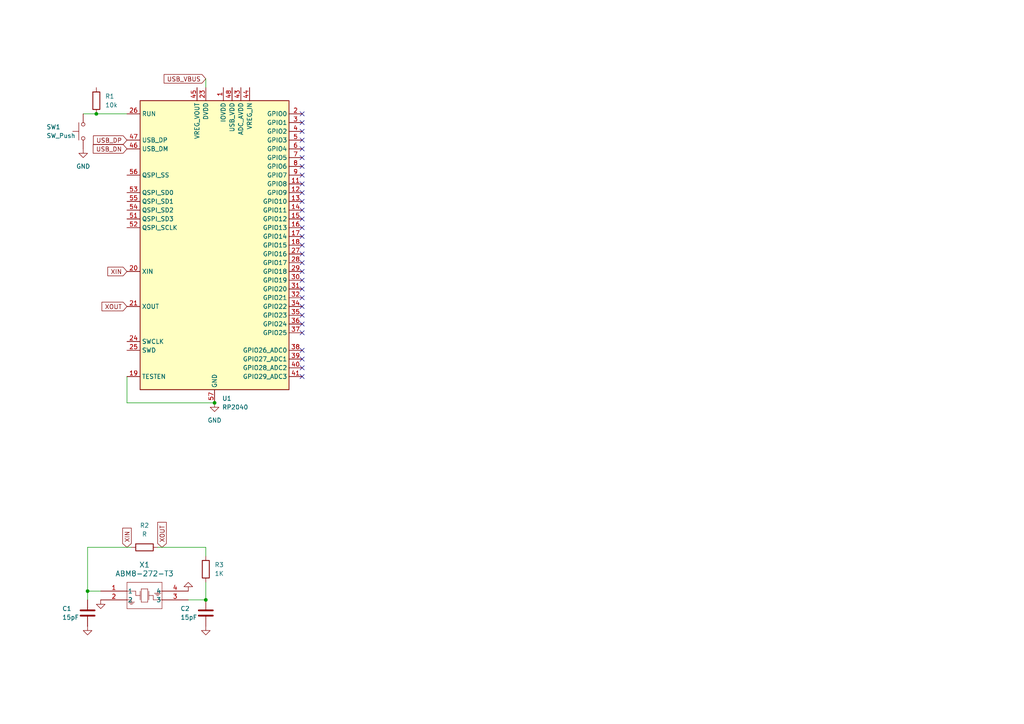
<source format=kicad_sch>
(kicad_sch (version 20231120) (generator "eeschema") (generator_version "8.0")
  (paper "A4")
  (lib_symbols
    (symbol "2024-08-24_00-45-33:ABM8-272-T3" (pin_names (offset 0.254))
      (property "Reference" "X" (at 12.7 7.62 0))
      (property "Value" "ABM8-272-T3" (at 12.7 5.08 0))
      (symbol "ABM8-272-T3_0_1"
        (polyline (pts (xy 7.62 -5.08) (xy 17.78 -5.08)) (stroke (width 0.127)))
        (polyline (pts (xy 7.62 -2.54) (xy 8.89 -2.54)) (stroke (width 0.127)))
        (polyline (pts (xy 7.62 2.54) (xy 7.62 -5.08)) (stroke (width 0.127)))
        (polyline (pts (xy 7.9375 -3.175) (xy 9.8425 -3.175)) (stroke (width 0.127)))
        (polyline (pts (xy 8.255 -3.4925) (xy 9.525 -3.4925)) (stroke (width 0.127)))
        (polyline (pts (xy 8.5725 -3.81) (xy 9.2075 -3.81)) (stroke (width 0.127)))
        (polyline (pts (xy 8.89 -2.54) (xy 8.89 -3.175)) (stroke (width 0.127)))
        (polyline (pts (xy 10.16 -1.27) (xy 10.16 0)) (stroke (width 0.127)))
        (polyline (pts (xy 10.16 0) (xy 7.62 0)) (stroke (width 0.127)))
        (polyline (pts (xy 11.43 -1.27) (xy 10.16 -1.27)) (stroke (width 0.127)))
        (polyline (pts (xy 11.43 0) (xy 11.43 -2.54)) (stroke (width 0.127)))
        (polyline (pts (xy 11.7475 -3.175) (xy 13.6525 -3.175)) (stroke (width 0.127)))
        (polyline (pts (xy 11.7475 0.635) (xy 11.7475 -3.175)) (stroke (width 0.127)))
        (polyline (pts (xy 13.6525 -3.175) (xy 13.6525 0.635)) (stroke (width 0.127)))
        (polyline (pts (xy 13.6525 0.635) (xy 11.7475 0.635)) (stroke (width 0.127)))
        (polyline (pts (xy 13.97 -1.27) (xy 15.24 -1.27)) (stroke (width 0.127)))
        (polyline (pts (xy 13.97 0) (xy 13.97 -2.54)) (stroke (width 0.127)))
        (polyline (pts (xy 15.24 -2.54) (xy 17.78 -2.54)) (stroke (width 0.127)))
        (polyline (pts (xy 15.24 -1.27) (xy 15.24 -2.54)) (stroke (width 0.127)))
        (polyline (pts (xy 16.51 0) (xy 16.51 -0.635)) (stroke (width 0.127)))
        (polyline (pts (xy 16.8275 -1.27) (xy 16.1925 -1.27)) (stroke (width 0.127)))
        (polyline (pts (xy 17.145 -0.9525) (xy 15.875 -0.9525)) (stroke (width 0.127)))
        (polyline (pts (xy 17.4625 -0.635) (xy 15.5575 -0.635)) (stroke (width 0.127)))
        (polyline (pts (xy 17.78 -5.08) (xy 17.78 2.54)) (stroke (width 0.127)))
        (polyline (pts (xy 17.78 0) (xy 16.51 0)) (stroke (width 0.127)))
        (polyline (pts (xy 17.78 2.54) (xy 7.62 2.54)) (stroke (width 0.127)))
        (pin unspecified line (at 0 0 0) (length 7.62) (name "1") (number "1"))
        (pin unspecified line (at 0 -2.54 0) (length 7.62) (name "2") (number "2"))
        (pin unspecified line (at 25.4 -2.54 180) (length 7.62) (name "3") (number "3"))
        (pin unspecified line (at 25.4 0 180) (length 7.62) (name "4") (number "4"))
      )
    )
    (symbol "Device:C" (pin_numbers hide) (pin_names (offset 0.254))
      (property "Reference" "C" (at 0.635 2.54 0))
      (property "Value" "C" (at 0.635 -2.54 0))
      (symbol "C_0_1"
        (polyline (pts (xy -2.032 -0.762) (xy 2.032 -0.762)) (stroke (width 0.508)))
        (polyline (pts (xy -2.032 0.762) (xy 2.032 0.762)) (stroke (width 0.508)))
      )
      (symbol "C_1_1"
        (pin passive line (at 0 3.81 270) (length 2.794) (name "~") (number "1"))
        (pin passive line (at 0 -3.81 90) (length 2.794) (name "~") (number "2"))
      )
    )
    (symbol "Device:R" (pin_numbers hide) (pin_names (offset 0))
      (property "Reference" "R" (at 2.032 0 90))
      (property "Value" "R" (at 0 0 90))
      (symbol "R_0_1"
        (rectangle (start -1.016 -2.54) (end 1.016 2.54) (stroke (width 0.254)))
      )
      (symbol "R_1_1"
        (pin passive line (at 0 3.81 270) (length 1.27) (name "~") (number "1"))
        (pin passive line (at 0 -3.81 90) (length 1.27) (name "~") (number "2"))
      )
    )
    (symbol "MCU_RaspberryPi:RP2040"
      (property "Reference" "U" (at 17.78 45.72 0))
      (property "Value" "RP2040" (at 17.78 43.18 0))
      (symbol "RP2040_0_1"
        (rectangle (start -21.59 41.91) (end 21.59 -41.91) (stroke (width 0.254)) (fill (type background)))
      )
      (symbol "RP2040_1_1"
        (pin power_in line (at 2.54 45.72 270) (length 3.81) (name "IOVDD") (number "1"))
        (pin passive line (at 2.54 45.72 270) (length 3.81) hide (name "IOVDD") (number "10"))
        (pin bidirectional line (at 25.4 17.78 180) (length 3.81) (name "GPIO8") (number "11"))
        (pin bidirectional line (at 25.4 15.24 180) (length 3.81) (name "GPIO9") (number "12"))
        (pin bidirectional line (at 25.4 12.7 180) (length 3.81) (name "GPIO10") (number "13"))
        (pin bidirectional line (at 25.4 10.16 180) (length 3.81) (name "GPIO11") (number "14"))
        (pin bidirectional line (at 25.4 7.62 180) (length 3.81) (name "GPIO12") (number "15"))
        (pin bidirectional line (at 25.4 5.08 180) (length 3.81) (name "GPIO13") (number "16"))
        (pin bidirectional line (at 25.4 2.54 180) (length 3.81) (name "GPIO14") (number "17"))
        (pin bidirectional line (at 25.4 0 180) (length 3.81) (name "GPIO15") (number "18"))
        (pin input line (at -25.4 -38.1 0) (length 3.81) (name "TESTEN") (number "19"))
        (pin bidirectional line (at 25.4 38.1 180) (length 3.81) (name "GPIO0") (number "2"))
        (pin input line (at -25.4 -7.62 0) (length 3.81) (name "XIN") (number "20"))
        (pin passive line (at -25.4 -17.78 0) (length 3.81) (name "XOUT") (number "21"))
        (pin passive line (at 2.54 45.72 270) (length 3.81) hide (name "IOVDD") (number "22"))
        (pin power_in line (at -2.54 45.72 270) (length 3.81) (name "DVDD") (number "23"))
        (pin input line (at -25.4 -27.94 0) (length 3.81) (name "SWCLK") (number "24"))
        (pin bidirectional line (at -25.4 -30.48 0) (length 3.81) (name "SWD") (number "25"))
        (pin input line (at -25.4 38.1 0) (length 3.81) (name "RUN") (number "26"))
        (pin bidirectional line (at 25.4 -2.54 180) (length 3.81) (name "GPIO16") (number "27"))
        (pin bidirectional line (at 25.4 -5.08 180) (length 3.81) (name "GPIO17") (number "28"))
        (pin bidirectional line (at 25.4 -7.62 180) (length 3.81) (name "GPIO18") (number "29"))
        (pin bidirectional line (at 25.4 35.56 180) (length 3.81) (name "GPIO1") (number "3"))
        (pin bidirectional line (at 25.4 -10.16 180) (length 3.81) (name "GPIO19") (number "30"))
        (pin bidirectional line (at 25.4 -12.7 180) (length 3.81) (name "GPIO20") (number "31"))
        (pin bidirectional line (at 25.4 -15.24 180) (length 3.81) (name "GPIO21") (number "32"))
        (pin passive line (at 2.54 45.72 270) (length 3.81) hide (name "IOVDD") (number "33"))
        (pin bidirectional line (at 25.4 -17.78 180) (length 3.81) (name "GPIO22") (number "34"))
        (pin bidirectional line (at 25.4 -20.32 180) (length 3.81) (name "GPIO23") (number "35"))
        (pin bidirectional line (at 25.4 -22.86 180) (length 3.81) (name "GPIO24") (number "36"))
        (pin bidirectional line (at 25.4 -25.4 180) (length 3.81) (name "GPIO25") (number "37"))
        (pin bidirectional line (at 25.4 -30.48 180) (length 3.81) (name "GPIO26_ADC0") (number "38"))
        (pin bidirectional line (at 25.4 -33.02 180) (length 3.81) (name "GPIO27_ADC1") (number "39"))
        (pin bidirectional line (at 25.4 33.02 180) (length 3.81) (name "GPIO2") (number "4"))
        (pin bidirectional line (at 25.4 -35.56 180) (length 3.81) (name "GPIO28_ADC2") (number "40"))
        (pin bidirectional line (at 25.4 -38.1 180) (length 3.81) (name "GPIO29_ADC3") (number "41"))
        (pin passive line (at 2.54 45.72 270) (length 3.81) hide (name "IOVDD") (number "42"))
        (pin power_in line (at 7.62 45.72 270) (length 3.81) (name "ADC_AVDD") (number "43"))
        (pin power_in line (at 10.16 45.72 270) (length 3.81) (name "VREG_IN") (number "44"))
        (pin power_out line (at -5.08 45.72 270) (length 3.81) (name "VREG_VOUT") (number "45"))
        (pin bidirectional line (at -25.4 27.94 0) (length 3.81) (name "USB_DM") (number "46"))
        (pin bidirectional line (at -25.4 30.48 0) (length 3.81) (name "USB_DP") (number "47"))
        (pin power_in line (at 5.08 45.72 270) (length 3.81) (name "USB_VDD") (number "48"))
        (pin passive line (at 2.54 45.72 270) (length 3.81) hide (name "IOVDD") (number "49"))
        (pin bidirectional line (at 25.4 30.48 180) (length 3.81) (name "GPIO3") (number "5"))
        (pin passive line (at -2.54 45.72 270) (length 3.81) hide (name "DVDD") (number "50"))
        (pin bidirectional line (at -25.4 7.62 0) (length 3.81) (name "QSPI_SD3") (number "51"))
        (pin output line (at -25.4 5.08 0) (length 3.81) (name "QSPI_SCLK") (number "52"))
        (pin bidirectional line (at -25.4 15.24 0) (length 3.81) (name "QSPI_SD0") (number "53"))
        (pin bidirectional line (at -25.4 10.16 0) (length 3.81) (name "QSPI_SD2") (number "54"))
        (pin bidirectional line (at -25.4 12.7 0) (length 3.81) (name "QSPI_SD1") (number "55"))
        (pin bidirectional line (at -25.4 20.32 0) (length 3.81) (name "QSPI_SS") (number "56"))
        (pin power_in line (at 0 -45.72 90) (length 3.81) (name "GND") (number "57"))
        (pin bidirectional line (at 25.4 27.94 180) (length 3.81) (name "GPIO4") (number "6"))
        (pin bidirectional line (at 25.4 25.4 180) (length 3.81) (name "GPIO5") (number "7"))
        (pin bidirectional line (at 25.4 22.86 180) (length 3.81) (name "GPIO6") (number "8"))
        (pin bidirectional line (at 25.4 20.32 180) (length 3.81) (name "GPIO7") (number "9"))
      )
    )
    (symbol "Switch:SW_Push" (pin_numbers hide) (pin_names (offset 1.016) hide)
      (property "Reference" "SW" (at 1.27 2.54 0))
      (property "Value" "SW_Push" (at 0 -1.524 0))
      (symbol "SW_Push_0_1"
        (circle (center -2.032 0) (radius 0.508))
        (polyline (pts (xy 0 1.27) (xy 0 3.048)))
        (polyline (pts (xy 2.54 1.27) (xy -2.54 1.27)))
        (circle (center 2.032 0) (radius 0.508))
        (pin passive line (at -5.08 0 0) (length 2.54) (name "1") (number "1"))
        (pin passive line (at 5.08 0 180) (length 2.54) (name "2") (number "2"))
      )
    )
    (symbol "power:GND" (power) (pin_numbers hide) (pin_names (offset 0) hide)
      (property "Value" "GND" (at 0 -3.81 0))
      (symbol "GND_0_1"
        (polyline (pts (xy 0 0) (xy 0 -1.27) (xy 1.27 -1.27) (xy 0 -2.54) (xy -1.27 -1.27) (xy 0 -1.27)))
      )
      (symbol "GND_1_1"
        (pin power_in line (at 0 0 270) (length 0) (name "~") (number "1"))
      )
    )
  )
  (junction (at 25.4 171.45))
  (junction (at 27.94 33.02))
  (junction (at 59.69 173.99))
  (junction (at 62.23 116.84))
  (no_connect (at 87.63 88.9))
  (no_connect (at 87.63 43.18))
  (no_connect (at 87.63 35.56))
  (no_connect (at 87.63 48.26))
  (no_connect (at 87.63 53.34))
  (no_connect (at 87.63 58.42))
  (no_connect (at 87.63 71.12))
  (no_connect (at 87.63 33.02))
  (no_connect (at 87.63 78.74))
  (no_connect (at 87.63 101.6))
  (no_connect (at 87.63 86.36))
  (no_connect (at 87.63 106.68))
  (no_connect (at 87.63 63.5))
  (no_connect (at 87.63 109.22))
  (no_connect (at 87.63 50.8))
  (no_connect (at 87.63 76.2))
  (no_connect (at 87.63 68.58))
  (no_connect (at 87.63 104.14))
  (no_connect (at 87.63 60.96))
  (no_connect (at 87.63 93.98))
  (no_connect (at 87.63 38.1))
  (no_connect (at 87.63 81.28))
  (no_connect (at 87.63 83.82))
  (no_connect (at 87.63 91.44))
  (no_connect (at 87.63 73.66))
  (no_connect (at 87.63 96.52))
  (no_connect (at 87.63 66.04))
  (no_connect (at 87.63 40.64))
  (no_connect (at 87.63 45.72))
  (no_connect (at 87.63 55.88))
  (wire (pts (xy 59.69 168.91) (xy 59.69 173.99)))
  (wire (pts (xy 59.69 22.86) (xy 59.69 25.4)))
  (wire (pts (xy 59.69 173.99) (xy 54.61 173.99)))
  (wire (pts (xy 25.4 158.75) (xy 38.1 158.75)))
  (wire (pts (xy 59.69 158.75) (xy 59.69 161.29)))
  (wire (pts (xy 25.4 171.45) (xy 29.21 171.45)))
  (wire (pts (xy 36.83 116.84) (xy 62.23 116.84)))
  (wire (pts (xy 27.94 33.02) (xy 36.83 33.02)))
  (wire (pts (xy 45.72 158.75) (xy 59.69 158.75)))
  (wire (pts (xy 25.4 173.99) (xy 25.4 171.45)))
  (wire (pts (xy 25.4 158.75) (xy 25.4 171.45)))
  (wire (pts (xy 24.13 33.02) (xy 27.94 33.02)))
  (wire (pts (xy 36.83 109.22) (xy 36.83 116.84)))
  (global_label "USB_DN" (shape input) (at 36.83 43.18 180) (property "Intersheetrefs" "${INTERSHEET_REFS}" (effects (hide yes))))
  (global_label "XOUT" (shape input) (at 46.99 158.75 90) (property "Intersheetrefs" "${INTERSHEET_REFS}" (effects (hide yes))))
  (global_label "XOUT" (shape input) (at 36.83 88.9 180) (property "Intersheetrefs" "${INTERSHEET_REFS}" (effects (hide yes))))
  (global_label "USB_DP" (shape input) (at 36.83 40.64 180) (property "Intersheetrefs" "${INTERSHEET_REFS}" (effects (hide yes))))
  (global_label "XIN" (shape input) (at 36.83 158.75 90) (property "Intersheetrefs" "${INTERSHEET_REFS}" (effects (hide yes))))
  (global_label "XIN" (shape input) (at 36.83 78.74 180) (property "Intersheetrefs" "${INTERSHEET_REFS}" (effects (hide yes))))
  (global_label "USB_VBUS" (shape input) (at 59.69 22.86 180) (property "Intersheetrefs" "${INTERSHEET_REFS}" (effects (hide yes))))
  (symbol (lib_id "Device:R") (at 41.91 158.75 90) (unit 1)
    (property "Reference" "R2" (at 41.91 152.4 90))
    (property "Value" "R" (at 41.91 154.94 90))
    (property "Description" "Resistor" (effects (hide yes)))
  )
  (symbol (lib_id "power:GND") (at 54.61 171.45 180) (unit 1)
    (property "Reference" "#PWR04" (effects (hide yes)))
    (property "Value" "GND" (effects (hide yes)))
    (property "Description" "Power symbol creates a global label with name \"GND\" , ground" (effects (hide yes)))
  )
  (symbol (lib_id "MCU_RaspberryPi:RP2040") (at 62.23 71.12 0) (unit 1)
    (property "Reference" "U1" (at 64.4241 115.57 0) (effects (justify left)))
    (property "Value" "RP2040" (at 64.4241 118.11 0) (effects (justify left)))
    (property "Footprint" "Package_DFN_QFN:QFN-56-1EP_7x7mm_P0.4mm_EP3.2x3.2mm" (effects (hide yes)))
    (property "Datasheet" "https://datasheets.raspberrypi.com/rp2040/rp2040-datasheet.pdf" (effects (hide yes)))
    (property "Description" "A microcontroller by Raspberry Pi" (effects (hide yes)))
  )
  (symbol (lib_id "Device:R") (at 27.94 29.21 180) (unit 1)
    (property "Reference" "R1" (at 30.48 27.9399 0) (effects (justify right)))
    (property "Value" "10k" (at 30.48 30.4799 0) (effects (justify right)))
    (property "Description" "Resistor" (effects (hide yes)))
  )
  (symbol (lib_id "power:GND") (at 24.13 43.18 0) (unit 1)
    (property "Reference" "#PWR02" (effects (hide yes)))
    (property "Value" "GND" (at 24.13 48.26 0))
    (property "Description" "Power symbol creates a global label with name \"GND\" , ground" (effects (hide yes)))
  )
  (symbol (lib_id "power:GND") (at 25.4 181.61 0) (unit 1)
    (property "Reference" "#PWR01" (effects (hide yes)))
    (property "Value" "GND" (effects (hide yes)))
    (property "Description" "Power symbol creates a global label with name \"GND\" , ground" (effects (hide yes)))
  )
  (symbol (lib_id "Device:C") (at 25.4 177.8 180) (unit 1)
    (property "Reference" "C1" (at 18.034 176.53 0) (effects (justify right)))
    (property "Value" "15pF" (at 18.034 179.07 0) (effects (justify right)))
    (property "Description" "Unpolarized capacitor" (effects (hide yes)))
  )
  (symbol (lib_id "power:GND") (at 62.23 116.84 0) (unit 1)
    (property "Reference" "#PWR06" (effects (hide yes)))
    (property "Value" "GND" (at 62.23 121.92 0))
    (property "Description" "Power symbol creates a global label with name \"GND\" , ground" (effects (hide yes)))
  )
  (symbol (lib_id "Device:C") (at 59.69 177.8 180) (unit 1)
    (property "Reference" "C2" (at 52.324 176.53 0) (effects (justify right)))
    (property "Value" "15pF" (at 52.324 179.07 0) (effects (justify right)))
    (property "Description" "Unpolarized capacitor" (effects (hide yes)))
  )
  (symbol (lib_id "Switch:SW_Push") (at 24.13 38.1 90) (unit 1)
    (property "Reference" "SW1" (at 13.462 36.83 90) (effects (justify right)))
    (property "Value" "SW_Push" (at 13.462 39.37 90) (effects (justify right)))
    (property "Description" "Push button switch, generic, two pins" (effects (hide yes)))
  )
  (symbol (lib_id "2024-08-24_00-45-33:ABM8-272-T3") (at 29.21 171.45 0) (unit 1)
    (property "Reference" "X1" (at 41.91 163.83 0) (effects (font (size 1.524 1.524))))
    (property "Value" "ABM8-272-T3" (at 41.91 166.37 0) (effects (font (size 1.524 1.524))))
    (property "Footprint" "ABM8-272-T3_ABR" (effects (hide yes)))
    (property "Datasheet" "ABM8-272-T3" (effects (hide yes)))
  )
  (symbol (lib_id "Device:R") (at 59.69 165.1 180) (unit 1)
    (property "Reference" "R3" (at 62.23 163.8299 0) (effects (justify right)))
    (property "Value" "1K" (at 62.23 166.3699 0) (effects (justify right)))
    (property "Description" "Resistor" (effects (hide yes)))
  )
  (symbol (lib_id "power:GND") (at 29.21 173.99 0) (unit 1)
    (property "Reference" "#PWR03" (effects (hide yes)))
    (property "Value" "GND" (effects (hide yes)))
    (property "Description" "Power symbol creates a global label with name \"GND\" , ground" (effects (hide yes)))
  )
  (symbol (lib_id "power:GND") (at 59.69 181.61 0) (unit 1)
    (property "Reference" "#PWR05" (effects (hide yes)))
    (property "Value" "GND" (effects (hide yes)))
    (property "Description" "Power symbol creates a global label with name \"GND\" , ground" (effects (hide yes)))
  )
)
</source>
